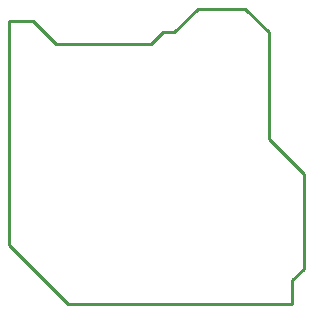
<source format=gbr>
G04 EAGLE Gerber RS-274X export*
G75*
%MOMM*%
%FSLAX34Y34*%
%LPD*%
%IN*%
%IPPOS*%
%AMOC8*
5,1,8,0,0,1.08239X$1,22.5*%
G01*
G04 Define Apertures*
%ADD10C,0.254000*%
D10*
X0Y50000D02*
X50000Y0D01*
X240000Y0D01*
X240000Y20000D01*
X250000Y30000D01*
X250000Y110000D01*
X220000Y140000D01*
X220000Y230000D01*
X200000Y250000D01*
X160000Y250000D01*
X140000Y230000D01*
X130000Y230000D01*
X120000Y220000D01*
X40000Y220000D01*
X20000Y240000D01*
X0Y240000D01*
X0Y50000D01*
M02*

</source>
